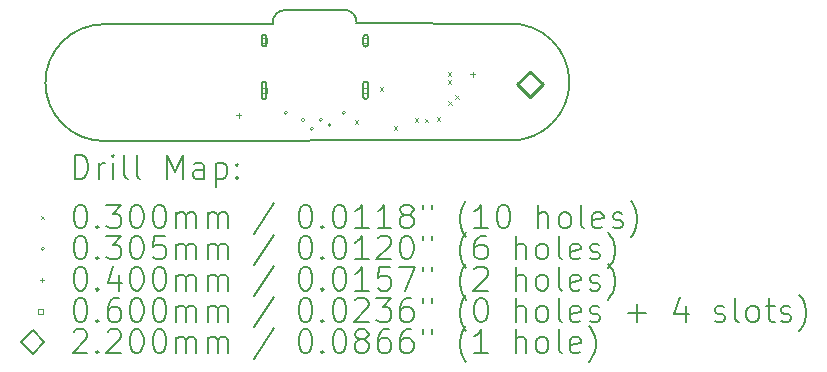
<source format=gbr>
%FSLAX45Y45*%
G04 Gerber Fmt 4.5, Leading zero omitted, Abs format (unit mm)*
G04 Created by KiCad (PCBNEW (6.0.0)) date 2022-01-15 11:29:06*
%MOMM*%
%LPD*%
G01*
G04 APERTURE LIST*
%TA.AperFunction,Profile*%
%ADD10C,0.150000*%
%TD*%
%ADD11C,0.200000*%
%ADD12C,0.030000*%
%ADD13C,0.030480*%
%ADD14C,0.040000*%
%ADD15C,0.060000*%
%ADD16C,0.220000*%
G04 APERTURE END LIST*
D10*
X5721250Y-6764300D02*
X9164250Y-6759300D01*
X5704250Y-5773300D02*
X7145250Y-5772300D01*
X9162250Y-6759300D02*
G75*
G03*
X9152250Y-5769300I-2970J495021D01*
G01*
X7850250Y-5767300D02*
X9158250Y-5769300D01*
X5711250Y-5775300D02*
G75*
G03*
X5719250Y-6763300I984J-494024D01*
G01*
X7853250Y-5767300D02*
G75*
G03*
X7737250Y-5654300I-103650J9638D01*
G01*
X7257454Y-5655287D02*
G75*
G03*
X7144454Y-5771287I-9638J-103650D01*
G01*
X7259250Y-5655287D02*
X7737250Y-5654300D01*
D11*
D12*
X7836250Y-6587300D02*
X7866250Y-6617300D01*
X7866250Y-6587300D02*
X7836250Y-6617300D01*
X8048250Y-6308300D02*
X8078250Y-6338300D01*
X8078250Y-6308300D02*
X8048250Y-6338300D01*
X8166250Y-6639030D02*
X8196250Y-6669030D01*
X8196250Y-6639030D02*
X8166250Y-6669030D01*
X8345250Y-6570300D02*
X8375250Y-6600300D01*
X8375250Y-6570300D02*
X8345250Y-6600300D01*
X8431250Y-6574300D02*
X8461250Y-6604300D01*
X8461250Y-6574300D02*
X8431250Y-6604300D01*
X8530250Y-6564300D02*
X8560250Y-6594300D01*
X8560250Y-6564300D02*
X8530250Y-6594300D01*
X8626250Y-6183300D02*
X8656250Y-6213300D01*
X8656250Y-6183300D02*
X8626250Y-6213300D01*
X8626250Y-6250300D02*
X8656250Y-6280300D01*
X8656250Y-6250300D02*
X8626250Y-6280300D01*
X8629250Y-6428300D02*
X8659250Y-6458300D01*
X8659250Y-6428300D02*
X8629250Y-6458300D01*
X8689600Y-6375900D02*
X8719600Y-6405900D01*
X8719600Y-6375900D02*
X8689600Y-6405900D01*
D13*
X7270490Y-6523900D02*
G75*
G03*
X7270490Y-6523900I-15240J0D01*
G01*
X7414490Y-6585300D02*
G75*
G03*
X7414490Y-6585300I-15240J0D01*
G01*
X7489490Y-6659300D02*
G75*
G03*
X7489490Y-6659300I-15240J0D01*
G01*
X7566490Y-6583300D02*
G75*
G03*
X7566490Y-6583300I-15240J0D01*
G01*
X7639490Y-6627300D02*
G75*
G03*
X7639490Y-6627300I-15240J0D01*
G01*
X7760490Y-6523900D02*
G75*
G03*
X7760490Y-6523900I-15240J0D01*
G01*
D14*
X6855250Y-6526300D02*
X6855250Y-6566300D01*
X6835250Y-6546300D02*
X6875250Y-6546300D01*
X8836250Y-6180300D02*
X8836250Y-6220300D01*
X8816250Y-6200300D02*
X8856250Y-6200300D01*
D15*
X7091463Y-5935513D02*
X7091463Y-5893087D01*
X7049037Y-5893087D01*
X7049037Y-5935513D01*
X7091463Y-5935513D01*
D11*
X7090250Y-5944300D02*
X7090250Y-5884300D01*
X7050250Y-5944300D02*
X7050250Y-5884300D01*
X7090250Y-5884300D02*
G75*
G03*
X7050250Y-5884300I-20000J0D01*
G01*
X7050250Y-5944300D02*
G75*
G03*
X7090250Y-5944300I20000J0D01*
G01*
D15*
X7091463Y-6355513D02*
X7091463Y-6313087D01*
X7049037Y-6313087D01*
X7049037Y-6355513D01*
X7091463Y-6355513D01*
D11*
X7090250Y-6389300D02*
X7090250Y-6279300D01*
X7050250Y-6389300D02*
X7050250Y-6279300D01*
X7090250Y-6279300D02*
G75*
G03*
X7050250Y-6279300I-20000J0D01*
G01*
X7050250Y-6389300D02*
G75*
G03*
X7090250Y-6389300I20000J0D01*
G01*
D15*
X7951463Y-5935513D02*
X7951463Y-5893087D01*
X7909037Y-5893087D01*
X7909037Y-5935513D01*
X7951463Y-5935513D01*
D11*
X7950250Y-5944300D02*
X7950250Y-5884300D01*
X7910250Y-5944300D02*
X7910250Y-5884300D01*
X7950250Y-5884300D02*
G75*
G03*
X7910250Y-5884300I-20000J0D01*
G01*
X7910250Y-5944300D02*
G75*
G03*
X7950250Y-5944300I20000J0D01*
G01*
D15*
X7951463Y-6355513D02*
X7951463Y-6313087D01*
X7909037Y-6313087D01*
X7909037Y-6355513D01*
X7951463Y-6355513D01*
D11*
X7950250Y-6389300D02*
X7950250Y-6279300D01*
X7910250Y-6389300D02*
X7910250Y-6279300D01*
X7950250Y-6279300D02*
G75*
G03*
X7910250Y-6279300I-20000J0D01*
G01*
X7910250Y-6389300D02*
G75*
G03*
X7950250Y-6389300I20000J0D01*
G01*
D16*
X9323250Y-6395300D02*
X9433250Y-6285300D01*
X9323250Y-6175300D01*
X9213250Y-6285300D01*
X9323250Y-6395300D01*
D11*
X5468327Y-7082276D02*
X5468327Y-6882276D01*
X5515946Y-6882276D01*
X5544518Y-6891800D01*
X5563565Y-6910848D01*
X5573089Y-6929895D01*
X5582613Y-6967990D01*
X5582613Y-6996562D01*
X5573089Y-7034657D01*
X5563565Y-7053705D01*
X5544518Y-7072752D01*
X5515946Y-7082276D01*
X5468327Y-7082276D01*
X5668327Y-7082276D02*
X5668327Y-6948943D01*
X5668327Y-6987038D02*
X5677851Y-6967990D01*
X5687375Y-6958467D01*
X5706422Y-6948943D01*
X5725470Y-6948943D01*
X5792137Y-7082276D02*
X5792137Y-6948943D01*
X5792137Y-6882276D02*
X5782613Y-6891800D01*
X5792137Y-6901324D01*
X5801660Y-6891800D01*
X5792137Y-6882276D01*
X5792137Y-6901324D01*
X5915946Y-7082276D02*
X5896899Y-7072752D01*
X5887375Y-7053705D01*
X5887375Y-6882276D01*
X6020708Y-7082276D02*
X6001660Y-7072752D01*
X5992137Y-7053705D01*
X5992137Y-6882276D01*
X6249280Y-7082276D02*
X6249280Y-6882276D01*
X6315946Y-7025133D01*
X6382613Y-6882276D01*
X6382613Y-7082276D01*
X6563565Y-7082276D02*
X6563565Y-6977514D01*
X6554041Y-6958467D01*
X6534994Y-6948943D01*
X6496899Y-6948943D01*
X6477851Y-6958467D01*
X6563565Y-7072752D02*
X6544518Y-7082276D01*
X6496899Y-7082276D01*
X6477851Y-7072752D01*
X6468327Y-7053705D01*
X6468327Y-7034657D01*
X6477851Y-7015609D01*
X6496899Y-7006086D01*
X6544518Y-7006086D01*
X6563565Y-6996562D01*
X6658803Y-6948943D02*
X6658803Y-7148943D01*
X6658803Y-6958467D02*
X6677851Y-6948943D01*
X6715946Y-6948943D01*
X6734994Y-6958467D01*
X6744518Y-6967990D01*
X6754041Y-6987038D01*
X6754041Y-7044181D01*
X6744518Y-7063228D01*
X6734994Y-7072752D01*
X6715946Y-7082276D01*
X6677851Y-7082276D01*
X6658803Y-7072752D01*
X6839756Y-7063228D02*
X6849280Y-7072752D01*
X6839756Y-7082276D01*
X6830232Y-7072752D01*
X6839756Y-7063228D01*
X6839756Y-7082276D01*
X6839756Y-6958467D02*
X6849280Y-6967990D01*
X6839756Y-6977514D01*
X6830232Y-6967990D01*
X6839756Y-6958467D01*
X6839756Y-6977514D01*
D12*
X5180708Y-7396800D02*
X5210708Y-7426800D01*
X5210708Y-7396800D02*
X5180708Y-7426800D01*
D11*
X5506422Y-7302276D02*
X5525470Y-7302276D01*
X5544518Y-7311800D01*
X5554042Y-7321324D01*
X5563565Y-7340371D01*
X5573089Y-7378467D01*
X5573089Y-7426086D01*
X5563565Y-7464181D01*
X5554042Y-7483228D01*
X5544518Y-7492752D01*
X5525470Y-7502276D01*
X5506422Y-7502276D01*
X5487375Y-7492752D01*
X5477851Y-7483228D01*
X5468327Y-7464181D01*
X5458803Y-7426086D01*
X5458803Y-7378467D01*
X5468327Y-7340371D01*
X5477851Y-7321324D01*
X5487375Y-7311800D01*
X5506422Y-7302276D01*
X5658803Y-7483228D02*
X5668327Y-7492752D01*
X5658803Y-7502276D01*
X5649280Y-7492752D01*
X5658803Y-7483228D01*
X5658803Y-7502276D01*
X5734994Y-7302276D02*
X5858803Y-7302276D01*
X5792137Y-7378467D01*
X5820708Y-7378467D01*
X5839756Y-7387990D01*
X5849280Y-7397514D01*
X5858803Y-7416562D01*
X5858803Y-7464181D01*
X5849280Y-7483228D01*
X5839756Y-7492752D01*
X5820708Y-7502276D01*
X5763565Y-7502276D01*
X5744518Y-7492752D01*
X5734994Y-7483228D01*
X5982613Y-7302276D02*
X6001660Y-7302276D01*
X6020708Y-7311800D01*
X6030232Y-7321324D01*
X6039756Y-7340371D01*
X6049280Y-7378467D01*
X6049280Y-7426086D01*
X6039756Y-7464181D01*
X6030232Y-7483228D01*
X6020708Y-7492752D01*
X6001660Y-7502276D01*
X5982613Y-7502276D01*
X5963565Y-7492752D01*
X5954041Y-7483228D01*
X5944518Y-7464181D01*
X5934994Y-7426086D01*
X5934994Y-7378467D01*
X5944518Y-7340371D01*
X5954041Y-7321324D01*
X5963565Y-7311800D01*
X5982613Y-7302276D01*
X6173089Y-7302276D02*
X6192137Y-7302276D01*
X6211184Y-7311800D01*
X6220708Y-7321324D01*
X6230232Y-7340371D01*
X6239756Y-7378467D01*
X6239756Y-7426086D01*
X6230232Y-7464181D01*
X6220708Y-7483228D01*
X6211184Y-7492752D01*
X6192137Y-7502276D01*
X6173089Y-7502276D01*
X6154041Y-7492752D01*
X6144518Y-7483228D01*
X6134994Y-7464181D01*
X6125470Y-7426086D01*
X6125470Y-7378467D01*
X6134994Y-7340371D01*
X6144518Y-7321324D01*
X6154041Y-7311800D01*
X6173089Y-7302276D01*
X6325470Y-7502276D02*
X6325470Y-7368943D01*
X6325470Y-7387990D02*
X6334994Y-7378467D01*
X6354041Y-7368943D01*
X6382613Y-7368943D01*
X6401660Y-7378467D01*
X6411184Y-7397514D01*
X6411184Y-7502276D01*
X6411184Y-7397514D02*
X6420708Y-7378467D01*
X6439756Y-7368943D01*
X6468327Y-7368943D01*
X6487375Y-7378467D01*
X6496899Y-7397514D01*
X6496899Y-7502276D01*
X6592137Y-7502276D02*
X6592137Y-7368943D01*
X6592137Y-7387990D02*
X6601660Y-7378467D01*
X6620708Y-7368943D01*
X6649280Y-7368943D01*
X6668327Y-7378467D01*
X6677851Y-7397514D01*
X6677851Y-7502276D01*
X6677851Y-7397514D02*
X6687375Y-7378467D01*
X6706422Y-7368943D01*
X6734994Y-7368943D01*
X6754041Y-7378467D01*
X6763565Y-7397514D01*
X6763565Y-7502276D01*
X7154041Y-7292752D02*
X6982613Y-7549895D01*
X7411184Y-7302276D02*
X7430232Y-7302276D01*
X7449280Y-7311800D01*
X7458803Y-7321324D01*
X7468327Y-7340371D01*
X7477851Y-7378467D01*
X7477851Y-7426086D01*
X7468327Y-7464181D01*
X7458803Y-7483228D01*
X7449280Y-7492752D01*
X7430232Y-7502276D01*
X7411184Y-7502276D01*
X7392137Y-7492752D01*
X7382613Y-7483228D01*
X7373089Y-7464181D01*
X7363565Y-7426086D01*
X7363565Y-7378467D01*
X7373089Y-7340371D01*
X7382613Y-7321324D01*
X7392137Y-7311800D01*
X7411184Y-7302276D01*
X7563565Y-7483228D02*
X7573089Y-7492752D01*
X7563565Y-7502276D01*
X7554041Y-7492752D01*
X7563565Y-7483228D01*
X7563565Y-7502276D01*
X7696899Y-7302276D02*
X7715946Y-7302276D01*
X7734994Y-7311800D01*
X7744518Y-7321324D01*
X7754041Y-7340371D01*
X7763565Y-7378467D01*
X7763565Y-7426086D01*
X7754041Y-7464181D01*
X7744518Y-7483228D01*
X7734994Y-7492752D01*
X7715946Y-7502276D01*
X7696899Y-7502276D01*
X7677851Y-7492752D01*
X7668327Y-7483228D01*
X7658803Y-7464181D01*
X7649280Y-7426086D01*
X7649280Y-7378467D01*
X7658803Y-7340371D01*
X7668327Y-7321324D01*
X7677851Y-7311800D01*
X7696899Y-7302276D01*
X7954041Y-7502276D02*
X7839756Y-7502276D01*
X7896899Y-7502276D02*
X7896899Y-7302276D01*
X7877851Y-7330848D01*
X7858803Y-7349895D01*
X7839756Y-7359419D01*
X8144518Y-7502276D02*
X8030232Y-7502276D01*
X8087375Y-7502276D02*
X8087375Y-7302276D01*
X8068327Y-7330848D01*
X8049280Y-7349895D01*
X8030232Y-7359419D01*
X8258803Y-7387990D02*
X8239756Y-7378467D01*
X8230232Y-7368943D01*
X8220708Y-7349895D01*
X8220708Y-7340371D01*
X8230232Y-7321324D01*
X8239756Y-7311800D01*
X8258803Y-7302276D01*
X8296899Y-7302276D01*
X8315946Y-7311800D01*
X8325470Y-7321324D01*
X8334994Y-7340371D01*
X8334994Y-7349895D01*
X8325470Y-7368943D01*
X8315946Y-7378467D01*
X8296899Y-7387990D01*
X8258803Y-7387990D01*
X8239756Y-7397514D01*
X8230232Y-7407038D01*
X8220708Y-7426086D01*
X8220708Y-7464181D01*
X8230232Y-7483228D01*
X8239756Y-7492752D01*
X8258803Y-7502276D01*
X8296899Y-7502276D01*
X8315946Y-7492752D01*
X8325470Y-7483228D01*
X8334994Y-7464181D01*
X8334994Y-7426086D01*
X8325470Y-7407038D01*
X8315946Y-7397514D01*
X8296899Y-7387990D01*
X8411184Y-7302276D02*
X8411184Y-7340371D01*
X8487375Y-7302276D02*
X8487375Y-7340371D01*
X8782613Y-7578467D02*
X8773089Y-7568943D01*
X8754042Y-7540371D01*
X8744518Y-7521324D01*
X8734994Y-7492752D01*
X8725470Y-7445133D01*
X8725470Y-7407038D01*
X8734994Y-7359419D01*
X8744518Y-7330848D01*
X8754042Y-7311800D01*
X8773089Y-7283228D01*
X8782613Y-7273705D01*
X8963565Y-7502276D02*
X8849280Y-7502276D01*
X8906422Y-7502276D02*
X8906422Y-7302276D01*
X8887375Y-7330848D01*
X8868327Y-7349895D01*
X8849280Y-7359419D01*
X9087375Y-7302276D02*
X9106422Y-7302276D01*
X9125470Y-7311800D01*
X9134994Y-7321324D01*
X9144518Y-7340371D01*
X9154042Y-7378467D01*
X9154042Y-7426086D01*
X9144518Y-7464181D01*
X9134994Y-7483228D01*
X9125470Y-7492752D01*
X9106422Y-7502276D01*
X9087375Y-7502276D01*
X9068327Y-7492752D01*
X9058803Y-7483228D01*
X9049280Y-7464181D01*
X9039756Y-7426086D01*
X9039756Y-7378467D01*
X9049280Y-7340371D01*
X9058803Y-7321324D01*
X9068327Y-7311800D01*
X9087375Y-7302276D01*
X9392137Y-7502276D02*
X9392137Y-7302276D01*
X9477851Y-7502276D02*
X9477851Y-7397514D01*
X9468327Y-7378467D01*
X9449280Y-7368943D01*
X9420708Y-7368943D01*
X9401661Y-7378467D01*
X9392137Y-7387990D01*
X9601661Y-7502276D02*
X9582613Y-7492752D01*
X9573089Y-7483228D01*
X9563565Y-7464181D01*
X9563565Y-7407038D01*
X9573089Y-7387990D01*
X9582613Y-7378467D01*
X9601661Y-7368943D01*
X9630232Y-7368943D01*
X9649280Y-7378467D01*
X9658803Y-7387990D01*
X9668327Y-7407038D01*
X9668327Y-7464181D01*
X9658803Y-7483228D01*
X9649280Y-7492752D01*
X9630232Y-7502276D01*
X9601661Y-7502276D01*
X9782613Y-7502276D02*
X9763565Y-7492752D01*
X9754042Y-7473705D01*
X9754042Y-7302276D01*
X9934994Y-7492752D02*
X9915946Y-7502276D01*
X9877851Y-7502276D01*
X9858803Y-7492752D01*
X9849280Y-7473705D01*
X9849280Y-7397514D01*
X9858803Y-7378467D01*
X9877851Y-7368943D01*
X9915946Y-7368943D01*
X9934994Y-7378467D01*
X9944518Y-7397514D01*
X9944518Y-7416562D01*
X9849280Y-7435609D01*
X10020708Y-7492752D02*
X10039756Y-7502276D01*
X10077851Y-7502276D01*
X10096899Y-7492752D01*
X10106422Y-7473705D01*
X10106422Y-7464181D01*
X10096899Y-7445133D01*
X10077851Y-7435609D01*
X10049280Y-7435609D01*
X10030232Y-7426086D01*
X10020708Y-7407038D01*
X10020708Y-7397514D01*
X10030232Y-7378467D01*
X10049280Y-7368943D01*
X10077851Y-7368943D01*
X10096899Y-7378467D01*
X10173089Y-7578467D02*
X10182613Y-7568943D01*
X10201661Y-7540371D01*
X10211184Y-7521324D01*
X10220708Y-7492752D01*
X10230232Y-7445133D01*
X10230232Y-7407038D01*
X10220708Y-7359419D01*
X10211184Y-7330848D01*
X10201661Y-7311800D01*
X10182613Y-7283228D01*
X10173089Y-7273705D01*
D13*
X5210708Y-7675800D02*
G75*
G03*
X5210708Y-7675800I-15240J0D01*
G01*
D11*
X5506422Y-7566276D02*
X5525470Y-7566276D01*
X5544518Y-7575800D01*
X5554042Y-7585324D01*
X5563565Y-7604371D01*
X5573089Y-7642467D01*
X5573089Y-7690086D01*
X5563565Y-7728181D01*
X5554042Y-7747228D01*
X5544518Y-7756752D01*
X5525470Y-7766276D01*
X5506422Y-7766276D01*
X5487375Y-7756752D01*
X5477851Y-7747228D01*
X5468327Y-7728181D01*
X5458803Y-7690086D01*
X5458803Y-7642467D01*
X5468327Y-7604371D01*
X5477851Y-7585324D01*
X5487375Y-7575800D01*
X5506422Y-7566276D01*
X5658803Y-7747228D02*
X5668327Y-7756752D01*
X5658803Y-7766276D01*
X5649280Y-7756752D01*
X5658803Y-7747228D01*
X5658803Y-7766276D01*
X5734994Y-7566276D02*
X5858803Y-7566276D01*
X5792137Y-7642467D01*
X5820708Y-7642467D01*
X5839756Y-7651990D01*
X5849280Y-7661514D01*
X5858803Y-7680562D01*
X5858803Y-7728181D01*
X5849280Y-7747228D01*
X5839756Y-7756752D01*
X5820708Y-7766276D01*
X5763565Y-7766276D01*
X5744518Y-7756752D01*
X5734994Y-7747228D01*
X5982613Y-7566276D02*
X6001660Y-7566276D01*
X6020708Y-7575800D01*
X6030232Y-7585324D01*
X6039756Y-7604371D01*
X6049280Y-7642467D01*
X6049280Y-7690086D01*
X6039756Y-7728181D01*
X6030232Y-7747228D01*
X6020708Y-7756752D01*
X6001660Y-7766276D01*
X5982613Y-7766276D01*
X5963565Y-7756752D01*
X5954041Y-7747228D01*
X5944518Y-7728181D01*
X5934994Y-7690086D01*
X5934994Y-7642467D01*
X5944518Y-7604371D01*
X5954041Y-7585324D01*
X5963565Y-7575800D01*
X5982613Y-7566276D01*
X6230232Y-7566276D02*
X6134994Y-7566276D01*
X6125470Y-7661514D01*
X6134994Y-7651990D01*
X6154041Y-7642467D01*
X6201660Y-7642467D01*
X6220708Y-7651990D01*
X6230232Y-7661514D01*
X6239756Y-7680562D01*
X6239756Y-7728181D01*
X6230232Y-7747228D01*
X6220708Y-7756752D01*
X6201660Y-7766276D01*
X6154041Y-7766276D01*
X6134994Y-7756752D01*
X6125470Y-7747228D01*
X6325470Y-7766276D02*
X6325470Y-7632943D01*
X6325470Y-7651990D02*
X6334994Y-7642467D01*
X6354041Y-7632943D01*
X6382613Y-7632943D01*
X6401660Y-7642467D01*
X6411184Y-7661514D01*
X6411184Y-7766276D01*
X6411184Y-7661514D02*
X6420708Y-7642467D01*
X6439756Y-7632943D01*
X6468327Y-7632943D01*
X6487375Y-7642467D01*
X6496899Y-7661514D01*
X6496899Y-7766276D01*
X6592137Y-7766276D02*
X6592137Y-7632943D01*
X6592137Y-7651990D02*
X6601660Y-7642467D01*
X6620708Y-7632943D01*
X6649280Y-7632943D01*
X6668327Y-7642467D01*
X6677851Y-7661514D01*
X6677851Y-7766276D01*
X6677851Y-7661514D02*
X6687375Y-7642467D01*
X6706422Y-7632943D01*
X6734994Y-7632943D01*
X6754041Y-7642467D01*
X6763565Y-7661514D01*
X6763565Y-7766276D01*
X7154041Y-7556752D02*
X6982613Y-7813895D01*
X7411184Y-7566276D02*
X7430232Y-7566276D01*
X7449280Y-7575800D01*
X7458803Y-7585324D01*
X7468327Y-7604371D01*
X7477851Y-7642467D01*
X7477851Y-7690086D01*
X7468327Y-7728181D01*
X7458803Y-7747228D01*
X7449280Y-7756752D01*
X7430232Y-7766276D01*
X7411184Y-7766276D01*
X7392137Y-7756752D01*
X7382613Y-7747228D01*
X7373089Y-7728181D01*
X7363565Y-7690086D01*
X7363565Y-7642467D01*
X7373089Y-7604371D01*
X7382613Y-7585324D01*
X7392137Y-7575800D01*
X7411184Y-7566276D01*
X7563565Y-7747228D02*
X7573089Y-7756752D01*
X7563565Y-7766276D01*
X7554041Y-7756752D01*
X7563565Y-7747228D01*
X7563565Y-7766276D01*
X7696899Y-7566276D02*
X7715946Y-7566276D01*
X7734994Y-7575800D01*
X7744518Y-7585324D01*
X7754041Y-7604371D01*
X7763565Y-7642467D01*
X7763565Y-7690086D01*
X7754041Y-7728181D01*
X7744518Y-7747228D01*
X7734994Y-7756752D01*
X7715946Y-7766276D01*
X7696899Y-7766276D01*
X7677851Y-7756752D01*
X7668327Y-7747228D01*
X7658803Y-7728181D01*
X7649280Y-7690086D01*
X7649280Y-7642467D01*
X7658803Y-7604371D01*
X7668327Y-7585324D01*
X7677851Y-7575800D01*
X7696899Y-7566276D01*
X7954041Y-7766276D02*
X7839756Y-7766276D01*
X7896899Y-7766276D02*
X7896899Y-7566276D01*
X7877851Y-7594848D01*
X7858803Y-7613895D01*
X7839756Y-7623419D01*
X8030232Y-7585324D02*
X8039756Y-7575800D01*
X8058803Y-7566276D01*
X8106422Y-7566276D01*
X8125470Y-7575800D01*
X8134994Y-7585324D01*
X8144518Y-7604371D01*
X8144518Y-7623419D01*
X8134994Y-7651990D01*
X8020708Y-7766276D01*
X8144518Y-7766276D01*
X8268327Y-7566276D02*
X8287375Y-7566276D01*
X8306422Y-7575800D01*
X8315946Y-7585324D01*
X8325470Y-7604371D01*
X8334994Y-7642467D01*
X8334994Y-7690086D01*
X8325470Y-7728181D01*
X8315946Y-7747228D01*
X8306422Y-7756752D01*
X8287375Y-7766276D01*
X8268327Y-7766276D01*
X8249280Y-7756752D01*
X8239756Y-7747228D01*
X8230232Y-7728181D01*
X8220708Y-7690086D01*
X8220708Y-7642467D01*
X8230232Y-7604371D01*
X8239756Y-7585324D01*
X8249280Y-7575800D01*
X8268327Y-7566276D01*
X8411184Y-7566276D02*
X8411184Y-7604371D01*
X8487375Y-7566276D02*
X8487375Y-7604371D01*
X8782613Y-7842467D02*
X8773089Y-7832943D01*
X8754042Y-7804371D01*
X8744518Y-7785324D01*
X8734994Y-7756752D01*
X8725470Y-7709133D01*
X8725470Y-7671038D01*
X8734994Y-7623419D01*
X8744518Y-7594848D01*
X8754042Y-7575800D01*
X8773089Y-7547228D01*
X8782613Y-7537705D01*
X8944518Y-7566276D02*
X8906422Y-7566276D01*
X8887375Y-7575800D01*
X8877851Y-7585324D01*
X8858803Y-7613895D01*
X8849280Y-7651990D01*
X8849280Y-7728181D01*
X8858803Y-7747228D01*
X8868327Y-7756752D01*
X8887375Y-7766276D01*
X8925470Y-7766276D01*
X8944518Y-7756752D01*
X8954042Y-7747228D01*
X8963565Y-7728181D01*
X8963565Y-7680562D01*
X8954042Y-7661514D01*
X8944518Y-7651990D01*
X8925470Y-7642467D01*
X8887375Y-7642467D01*
X8868327Y-7651990D01*
X8858803Y-7661514D01*
X8849280Y-7680562D01*
X9201661Y-7766276D02*
X9201661Y-7566276D01*
X9287375Y-7766276D02*
X9287375Y-7661514D01*
X9277851Y-7642467D01*
X9258803Y-7632943D01*
X9230232Y-7632943D01*
X9211184Y-7642467D01*
X9201661Y-7651990D01*
X9411184Y-7766276D02*
X9392137Y-7756752D01*
X9382613Y-7747228D01*
X9373089Y-7728181D01*
X9373089Y-7671038D01*
X9382613Y-7651990D01*
X9392137Y-7642467D01*
X9411184Y-7632943D01*
X9439756Y-7632943D01*
X9458803Y-7642467D01*
X9468327Y-7651990D01*
X9477851Y-7671038D01*
X9477851Y-7728181D01*
X9468327Y-7747228D01*
X9458803Y-7756752D01*
X9439756Y-7766276D01*
X9411184Y-7766276D01*
X9592137Y-7766276D02*
X9573089Y-7756752D01*
X9563565Y-7737705D01*
X9563565Y-7566276D01*
X9744518Y-7756752D02*
X9725470Y-7766276D01*
X9687375Y-7766276D01*
X9668327Y-7756752D01*
X9658803Y-7737705D01*
X9658803Y-7661514D01*
X9668327Y-7642467D01*
X9687375Y-7632943D01*
X9725470Y-7632943D01*
X9744518Y-7642467D01*
X9754042Y-7661514D01*
X9754042Y-7680562D01*
X9658803Y-7699609D01*
X9830232Y-7756752D02*
X9849280Y-7766276D01*
X9887375Y-7766276D01*
X9906422Y-7756752D01*
X9915946Y-7737705D01*
X9915946Y-7728181D01*
X9906422Y-7709133D01*
X9887375Y-7699609D01*
X9858803Y-7699609D01*
X9839756Y-7690086D01*
X9830232Y-7671038D01*
X9830232Y-7661514D01*
X9839756Y-7642467D01*
X9858803Y-7632943D01*
X9887375Y-7632943D01*
X9906422Y-7642467D01*
X9982613Y-7842467D02*
X9992137Y-7832943D01*
X10011184Y-7804371D01*
X10020708Y-7785324D01*
X10030232Y-7756752D01*
X10039756Y-7709133D01*
X10039756Y-7671038D01*
X10030232Y-7623419D01*
X10020708Y-7594848D01*
X10011184Y-7575800D01*
X9992137Y-7547228D01*
X9982613Y-7537705D01*
D14*
X5190708Y-7919800D02*
X5190708Y-7959800D01*
X5170708Y-7939800D02*
X5210708Y-7939800D01*
D11*
X5506422Y-7830276D02*
X5525470Y-7830276D01*
X5544518Y-7839800D01*
X5554042Y-7849324D01*
X5563565Y-7868371D01*
X5573089Y-7906467D01*
X5573089Y-7954086D01*
X5563565Y-7992181D01*
X5554042Y-8011228D01*
X5544518Y-8020752D01*
X5525470Y-8030276D01*
X5506422Y-8030276D01*
X5487375Y-8020752D01*
X5477851Y-8011228D01*
X5468327Y-7992181D01*
X5458803Y-7954086D01*
X5458803Y-7906467D01*
X5468327Y-7868371D01*
X5477851Y-7849324D01*
X5487375Y-7839800D01*
X5506422Y-7830276D01*
X5658803Y-8011228D02*
X5668327Y-8020752D01*
X5658803Y-8030276D01*
X5649280Y-8020752D01*
X5658803Y-8011228D01*
X5658803Y-8030276D01*
X5839756Y-7896943D02*
X5839756Y-8030276D01*
X5792137Y-7820752D02*
X5744518Y-7963609D01*
X5868327Y-7963609D01*
X5982613Y-7830276D02*
X6001660Y-7830276D01*
X6020708Y-7839800D01*
X6030232Y-7849324D01*
X6039756Y-7868371D01*
X6049280Y-7906467D01*
X6049280Y-7954086D01*
X6039756Y-7992181D01*
X6030232Y-8011228D01*
X6020708Y-8020752D01*
X6001660Y-8030276D01*
X5982613Y-8030276D01*
X5963565Y-8020752D01*
X5954041Y-8011228D01*
X5944518Y-7992181D01*
X5934994Y-7954086D01*
X5934994Y-7906467D01*
X5944518Y-7868371D01*
X5954041Y-7849324D01*
X5963565Y-7839800D01*
X5982613Y-7830276D01*
X6173089Y-7830276D02*
X6192137Y-7830276D01*
X6211184Y-7839800D01*
X6220708Y-7849324D01*
X6230232Y-7868371D01*
X6239756Y-7906467D01*
X6239756Y-7954086D01*
X6230232Y-7992181D01*
X6220708Y-8011228D01*
X6211184Y-8020752D01*
X6192137Y-8030276D01*
X6173089Y-8030276D01*
X6154041Y-8020752D01*
X6144518Y-8011228D01*
X6134994Y-7992181D01*
X6125470Y-7954086D01*
X6125470Y-7906467D01*
X6134994Y-7868371D01*
X6144518Y-7849324D01*
X6154041Y-7839800D01*
X6173089Y-7830276D01*
X6325470Y-8030276D02*
X6325470Y-7896943D01*
X6325470Y-7915990D02*
X6334994Y-7906467D01*
X6354041Y-7896943D01*
X6382613Y-7896943D01*
X6401660Y-7906467D01*
X6411184Y-7925514D01*
X6411184Y-8030276D01*
X6411184Y-7925514D02*
X6420708Y-7906467D01*
X6439756Y-7896943D01*
X6468327Y-7896943D01*
X6487375Y-7906467D01*
X6496899Y-7925514D01*
X6496899Y-8030276D01*
X6592137Y-8030276D02*
X6592137Y-7896943D01*
X6592137Y-7915990D02*
X6601660Y-7906467D01*
X6620708Y-7896943D01*
X6649280Y-7896943D01*
X6668327Y-7906467D01*
X6677851Y-7925514D01*
X6677851Y-8030276D01*
X6677851Y-7925514D02*
X6687375Y-7906467D01*
X6706422Y-7896943D01*
X6734994Y-7896943D01*
X6754041Y-7906467D01*
X6763565Y-7925514D01*
X6763565Y-8030276D01*
X7154041Y-7820752D02*
X6982613Y-8077895D01*
X7411184Y-7830276D02*
X7430232Y-7830276D01*
X7449280Y-7839800D01*
X7458803Y-7849324D01*
X7468327Y-7868371D01*
X7477851Y-7906467D01*
X7477851Y-7954086D01*
X7468327Y-7992181D01*
X7458803Y-8011228D01*
X7449280Y-8020752D01*
X7430232Y-8030276D01*
X7411184Y-8030276D01*
X7392137Y-8020752D01*
X7382613Y-8011228D01*
X7373089Y-7992181D01*
X7363565Y-7954086D01*
X7363565Y-7906467D01*
X7373089Y-7868371D01*
X7382613Y-7849324D01*
X7392137Y-7839800D01*
X7411184Y-7830276D01*
X7563565Y-8011228D02*
X7573089Y-8020752D01*
X7563565Y-8030276D01*
X7554041Y-8020752D01*
X7563565Y-8011228D01*
X7563565Y-8030276D01*
X7696899Y-7830276D02*
X7715946Y-7830276D01*
X7734994Y-7839800D01*
X7744518Y-7849324D01*
X7754041Y-7868371D01*
X7763565Y-7906467D01*
X7763565Y-7954086D01*
X7754041Y-7992181D01*
X7744518Y-8011228D01*
X7734994Y-8020752D01*
X7715946Y-8030276D01*
X7696899Y-8030276D01*
X7677851Y-8020752D01*
X7668327Y-8011228D01*
X7658803Y-7992181D01*
X7649280Y-7954086D01*
X7649280Y-7906467D01*
X7658803Y-7868371D01*
X7668327Y-7849324D01*
X7677851Y-7839800D01*
X7696899Y-7830276D01*
X7954041Y-8030276D02*
X7839756Y-8030276D01*
X7896899Y-8030276D02*
X7896899Y-7830276D01*
X7877851Y-7858848D01*
X7858803Y-7877895D01*
X7839756Y-7887419D01*
X8134994Y-7830276D02*
X8039756Y-7830276D01*
X8030232Y-7925514D01*
X8039756Y-7915990D01*
X8058803Y-7906467D01*
X8106422Y-7906467D01*
X8125470Y-7915990D01*
X8134994Y-7925514D01*
X8144518Y-7944562D01*
X8144518Y-7992181D01*
X8134994Y-8011228D01*
X8125470Y-8020752D01*
X8106422Y-8030276D01*
X8058803Y-8030276D01*
X8039756Y-8020752D01*
X8030232Y-8011228D01*
X8211184Y-7830276D02*
X8344518Y-7830276D01*
X8258803Y-8030276D01*
X8411184Y-7830276D02*
X8411184Y-7868371D01*
X8487375Y-7830276D02*
X8487375Y-7868371D01*
X8782613Y-8106467D02*
X8773089Y-8096943D01*
X8754042Y-8068371D01*
X8744518Y-8049324D01*
X8734994Y-8020752D01*
X8725470Y-7973133D01*
X8725470Y-7935038D01*
X8734994Y-7887419D01*
X8744518Y-7858848D01*
X8754042Y-7839800D01*
X8773089Y-7811228D01*
X8782613Y-7801705D01*
X8849280Y-7849324D02*
X8858803Y-7839800D01*
X8877851Y-7830276D01*
X8925470Y-7830276D01*
X8944518Y-7839800D01*
X8954042Y-7849324D01*
X8963565Y-7868371D01*
X8963565Y-7887419D01*
X8954042Y-7915990D01*
X8839756Y-8030276D01*
X8963565Y-8030276D01*
X9201661Y-8030276D02*
X9201661Y-7830276D01*
X9287375Y-8030276D02*
X9287375Y-7925514D01*
X9277851Y-7906467D01*
X9258803Y-7896943D01*
X9230232Y-7896943D01*
X9211184Y-7906467D01*
X9201661Y-7915990D01*
X9411184Y-8030276D02*
X9392137Y-8020752D01*
X9382613Y-8011228D01*
X9373089Y-7992181D01*
X9373089Y-7935038D01*
X9382613Y-7915990D01*
X9392137Y-7906467D01*
X9411184Y-7896943D01*
X9439756Y-7896943D01*
X9458803Y-7906467D01*
X9468327Y-7915990D01*
X9477851Y-7935038D01*
X9477851Y-7992181D01*
X9468327Y-8011228D01*
X9458803Y-8020752D01*
X9439756Y-8030276D01*
X9411184Y-8030276D01*
X9592137Y-8030276D02*
X9573089Y-8020752D01*
X9563565Y-8001705D01*
X9563565Y-7830276D01*
X9744518Y-8020752D02*
X9725470Y-8030276D01*
X9687375Y-8030276D01*
X9668327Y-8020752D01*
X9658803Y-8001705D01*
X9658803Y-7925514D01*
X9668327Y-7906467D01*
X9687375Y-7896943D01*
X9725470Y-7896943D01*
X9744518Y-7906467D01*
X9754042Y-7925514D01*
X9754042Y-7944562D01*
X9658803Y-7963609D01*
X9830232Y-8020752D02*
X9849280Y-8030276D01*
X9887375Y-8030276D01*
X9906422Y-8020752D01*
X9915946Y-8001705D01*
X9915946Y-7992181D01*
X9906422Y-7973133D01*
X9887375Y-7963609D01*
X9858803Y-7963609D01*
X9839756Y-7954086D01*
X9830232Y-7935038D01*
X9830232Y-7925514D01*
X9839756Y-7906467D01*
X9858803Y-7896943D01*
X9887375Y-7896943D01*
X9906422Y-7906467D01*
X9982613Y-8106467D02*
X9992137Y-8096943D01*
X10011184Y-8068371D01*
X10020708Y-8049324D01*
X10030232Y-8020752D01*
X10039756Y-7973133D01*
X10039756Y-7935038D01*
X10030232Y-7887419D01*
X10020708Y-7858848D01*
X10011184Y-7839800D01*
X9992137Y-7811228D01*
X9982613Y-7801705D01*
D15*
X5201922Y-8225013D02*
X5201922Y-8182587D01*
X5159495Y-8182587D01*
X5159495Y-8225013D01*
X5201922Y-8225013D01*
D11*
X5506422Y-8094276D02*
X5525470Y-8094276D01*
X5544518Y-8103800D01*
X5554042Y-8113324D01*
X5563565Y-8132371D01*
X5573089Y-8170467D01*
X5573089Y-8218086D01*
X5563565Y-8256181D01*
X5554042Y-8275228D01*
X5544518Y-8284752D01*
X5525470Y-8294276D01*
X5506422Y-8294276D01*
X5487375Y-8284752D01*
X5477851Y-8275228D01*
X5468327Y-8256181D01*
X5458803Y-8218086D01*
X5458803Y-8170467D01*
X5468327Y-8132371D01*
X5477851Y-8113324D01*
X5487375Y-8103800D01*
X5506422Y-8094276D01*
X5658803Y-8275228D02*
X5668327Y-8284752D01*
X5658803Y-8294276D01*
X5649280Y-8284752D01*
X5658803Y-8275228D01*
X5658803Y-8294276D01*
X5839756Y-8094276D02*
X5801660Y-8094276D01*
X5782613Y-8103800D01*
X5773089Y-8113324D01*
X5754041Y-8141895D01*
X5744518Y-8179990D01*
X5744518Y-8256181D01*
X5754041Y-8275228D01*
X5763565Y-8284752D01*
X5782613Y-8294276D01*
X5820708Y-8294276D01*
X5839756Y-8284752D01*
X5849280Y-8275228D01*
X5858803Y-8256181D01*
X5858803Y-8208562D01*
X5849280Y-8189514D01*
X5839756Y-8179990D01*
X5820708Y-8170467D01*
X5782613Y-8170467D01*
X5763565Y-8179990D01*
X5754041Y-8189514D01*
X5744518Y-8208562D01*
X5982613Y-8094276D02*
X6001660Y-8094276D01*
X6020708Y-8103800D01*
X6030232Y-8113324D01*
X6039756Y-8132371D01*
X6049280Y-8170467D01*
X6049280Y-8218086D01*
X6039756Y-8256181D01*
X6030232Y-8275228D01*
X6020708Y-8284752D01*
X6001660Y-8294276D01*
X5982613Y-8294276D01*
X5963565Y-8284752D01*
X5954041Y-8275228D01*
X5944518Y-8256181D01*
X5934994Y-8218086D01*
X5934994Y-8170467D01*
X5944518Y-8132371D01*
X5954041Y-8113324D01*
X5963565Y-8103800D01*
X5982613Y-8094276D01*
X6173089Y-8094276D02*
X6192137Y-8094276D01*
X6211184Y-8103800D01*
X6220708Y-8113324D01*
X6230232Y-8132371D01*
X6239756Y-8170467D01*
X6239756Y-8218086D01*
X6230232Y-8256181D01*
X6220708Y-8275228D01*
X6211184Y-8284752D01*
X6192137Y-8294276D01*
X6173089Y-8294276D01*
X6154041Y-8284752D01*
X6144518Y-8275228D01*
X6134994Y-8256181D01*
X6125470Y-8218086D01*
X6125470Y-8170467D01*
X6134994Y-8132371D01*
X6144518Y-8113324D01*
X6154041Y-8103800D01*
X6173089Y-8094276D01*
X6325470Y-8294276D02*
X6325470Y-8160943D01*
X6325470Y-8179990D02*
X6334994Y-8170467D01*
X6354041Y-8160943D01*
X6382613Y-8160943D01*
X6401660Y-8170467D01*
X6411184Y-8189514D01*
X6411184Y-8294276D01*
X6411184Y-8189514D02*
X6420708Y-8170467D01*
X6439756Y-8160943D01*
X6468327Y-8160943D01*
X6487375Y-8170467D01*
X6496899Y-8189514D01*
X6496899Y-8294276D01*
X6592137Y-8294276D02*
X6592137Y-8160943D01*
X6592137Y-8179990D02*
X6601660Y-8170467D01*
X6620708Y-8160943D01*
X6649280Y-8160943D01*
X6668327Y-8170467D01*
X6677851Y-8189514D01*
X6677851Y-8294276D01*
X6677851Y-8189514D02*
X6687375Y-8170467D01*
X6706422Y-8160943D01*
X6734994Y-8160943D01*
X6754041Y-8170467D01*
X6763565Y-8189514D01*
X6763565Y-8294276D01*
X7154041Y-8084752D02*
X6982613Y-8341895D01*
X7411184Y-8094276D02*
X7430232Y-8094276D01*
X7449280Y-8103800D01*
X7458803Y-8113324D01*
X7468327Y-8132371D01*
X7477851Y-8170467D01*
X7477851Y-8218086D01*
X7468327Y-8256181D01*
X7458803Y-8275228D01*
X7449280Y-8284752D01*
X7430232Y-8294276D01*
X7411184Y-8294276D01*
X7392137Y-8284752D01*
X7382613Y-8275228D01*
X7373089Y-8256181D01*
X7363565Y-8218086D01*
X7363565Y-8170467D01*
X7373089Y-8132371D01*
X7382613Y-8113324D01*
X7392137Y-8103800D01*
X7411184Y-8094276D01*
X7563565Y-8275228D02*
X7573089Y-8284752D01*
X7563565Y-8294276D01*
X7554041Y-8284752D01*
X7563565Y-8275228D01*
X7563565Y-8294276D01*
X7696899Y-8094276D02*
X7715946Y-8094276D01*
X7734994Y-8103800D01*
X7744518Y-8113324D01*
X7754041Y-8132371D01*
X7763565Y-8170467D01*
X7763565Y-8218086D01*
X7754041Y-8256181D01*
X7744518Y-8275228D01*
X7734994Y-8284752D01*
X7715946Y-8294276D01*
X7696899Y-8294276D01*
X7677851Y-8284752D01*
X7668327Y-8275228D01*
X7658803Y-8256181D01*
X7649280Y-8218086D01*
X7649280Y-8170467D01*
X7658803Y-8132371D01*
X7668327Y-8113324D01*
X7677851Y-8103800D01*
X7696899Y-8094276D01*
X7839756Y-8113324D02*
X7849280Y-8103800D01*
X7868327Y-8094276D01*
X7915946Y-8094276D01*
X7934994Y-8103800D01*
X7944518Y-8113324D01*
X7954041Y-8132371D01*
X7954041Y-8151419D01*
X7944518Y-8179990D01*
X7830232Y-8294276D01*
X7954041Y-8294276D01*
X8020708Y-8094276D02*
X8144518Y-8094276D01*
X8077851Y-8170467D01*
X8106422Y-8170467D01*
X8125470Y-8179990D01*
X8134994Y-8189514D01*
X8144518Y-8208562D01*
X8144518Y-8256181D01*
X8134994Y-8275228D01*
X8125470Y-8284752D01*
X8106422Y-8294276D01*
X8049280Y-8294276D01*
X8030232Y-8284752D01*
X8020708Y-8275228D01*
X8315946Y-8094276D02*
X8277851Y-8094276D01*
X8258803Y-8103800D01*
X8249280Y-8113324D01*
X8230232Y-8141895D01*
X8220708Y-8179990D01*
X8220708Y-8256181D01*
X8230232Y-8275228D01*
X8239756Y-8284752D01*
X8258803Y-8294276D01*
X8296899Y-8294276D01*
X8315946Y-8284752D01*
X8325470Y-8275228D01*
X8334994Y-8256181D01*
X8334994Y-8208562D01*
X8325470Y-8189514D01*
X8315946Y-8179990D01*
X8296899Y-8170467D01*
X8258803Y-8170467D01*
X8239756Y-8179990D01*
X8230232Y-8189514D01*
X8220708Y-8208562D01*
X8411184Y-8094276D02*
X8411184Y-8132371D01*
X8487375Y-8094276D02*
X8487375Y-8132371D01*
X8782613Y-8370467D02*
X8773089Y-8360943D01*
X8754042Y-8332371D01*
X8744518Y-8313324D01*
X8734994Y-8284752D01*
X8725470Y-8237133D01*
X8725470Y-8199038D01*
X8734994Y-8151419D01*
X8744518Y-8122848D01*
X8754042Y-8103800D01*
X8773089Y-8075228D01*
X8782613Y-8065705D01*
X8896899Y-8094276D02*
X8915946Y-8094276D01*
X8934994Y-8103800D01*
X8944518Y-8113324D01*
X8954042Y-8132371D01*
X8963565Y-8170467D01*
X8963565Y-8218086D01*
X8954042Y-8256181D01*
X8944518Y-8275228D01*
X8934994Y-8284752D01*
X8915946Y-8294276D01*
X8896899Y-8294276D01*
X8877851Y-8284752D01*
X8868327Y-8275228D01*
X8858803Y-8256181D01*
X8849280Y-8218086D01*
X8849280Y-8170467D01*
X8858803Y-8132371D01*
X8868327Y-8113324D01*
X8877851Y-8103800D01*
X8896899Y-8094276D01*
X9201661Y-8294276D02*
X9201661Y-8094276D01*
X9287375Y-8294276D02*
X9287375Y-8189514D01*
X9277851Y-8170467D01*
X9258803Y-8160943D01*
X9230232Y-8160943D01*
X9211184Y-8170467D01*
X9201661Y-8179990D01*
X9411184Y-8294276D02*
X9392137Y-8284752D01*
X9382613Y-8275228D01*
X9373089Y-8256181D01*
X9373089Y-8199038D01*
X9382613Y-8179990D01*
X9392137Y-8170467D01*
X9411184Y-8160943D01*
X9439756Y-8160943D01*
X9458803Y-8170467D01*
X9468327Y-8179990D01*
X9477851Y-8199038D01*
X9477851Y-8256181D01*
X9468327Y-8275228D01*
X9458803Y-8284752D01*
X9439756Y-8294276D01*
X9411184Y-8294276D01*
X9592137Y-8294276D02*
X9573089Y-8284752D01*
X9563565Y-8265705D01*
X9563565Y-8094276D01*
X9744518Y-8284752D02*
X9725470Y-8294276D01*
X9687375Y-8294276D01*
X9668327Y-8284752D01*
X9658803Y-8265705D01*
X9658803Y-8189514D01*
X9668327Y-8170467D01*
X9687375Y-8160943D01*
X9725470Y-8160943D01*
X9744518Y-8170467D01*
X9754042Y-8189514D01*
X9754042Y-8208562D01*
X9658803Y-8227609D01*
X9830232Y-8284752D02*
X9849280Y-8294276D01*
X9887375Y-8294276D01*
X9906422Y-8284752D01*
X9915946Y-8265705D01*
X9915946Y-8256181D01*
X9906422Y-8237133D01*
X9887375Y-8227609D01*
X9858803Y-8227609D01*
X9839756Y-8218086D01*
X9830232Y-8199038D01*
X9830232Y-8189514D01*
X9839756Y-8170467D01*
X9858803Y-8160943D01*
X9887375Y-8160943D01*
X9906422Y-8170467D01*
X10154042Y-8218086D02*
X10306422Y-8218086D01*
X10230232Y-8294276D02*
X10230232Y-8141895D01*
X10639756Y-8160943D02*
X10639756Y-8294276D01*
X10592137Y-8084752D02*
X10544518Y-8227609D01*
X10668327Y-8227609D01*
X10887375Y-8284752D02*
X10906422Y-8294276D01*
X10944518Y-8294276D01*
X10963565Y-8284752D01*
X10973089Y-8265705D01*
X10973089Y-8256181D01*
X10963565Y-8237133D01*
X10944518Y-8227609D01*
X10915946Y-8227609D01*
X10896899Y-8218086D01*
X10887375Y-8199038D01*
X10887375Y-8189514D01*
X10896899Y-8170467D01*
X10915946Y-8160943D01*
X10944518Y-8160943D01*
X10963565Y-8170467D01*
X11087375Y-8294276D02*
X11068327Y-8284752D01*
X11058803Y-8265705D01*
X11058803Y-8094276D01*
X11192137Y-8294276D02*
X11173089Y-8284752D01*
X11163565Y-8275228D01*
X11154042Y-8256181D01*
X11154042Y-8199038D01*
X11163565Y-8179990D01*
X11173089Y-8170467D01*
X11192137Y-8160943D01*
X11220708Y-8160943D01*
X11239756Y-8170467D01*
X11249280Y-8179990D01*
X11258803Y-8199038D01*
X11258803Y-8256181D01*
X11249280Y-8275228D01*
X11239756Y-8284752D01*
X11220708Y-8294276D01*
X11192137Y-8294276D01*
X11315946Y-8160943D02*
X11392137Y-8160943D01*
X11344518Y-8094276D02*
X11344518Y-8265705D01*
X11354041Y-8284752D01*
X11373089Y-8294276D01*
X11392137Y-8294276D01*
X11449280Y-8284752D02*
X11468327Y-8294276D01*
X11506422Y-8294276D01*
X11525470Y-8284752D01*
X11534994Y-8265705D01*
X11534994Y-8256181D01*
X11525470Y-8237133D01*
X11506422Y-8227609D01*
X11477851Y-8227609D01*
X11458803Y-8218086D01*
X11449280Y-8199038D01*
X11449280Y-8189514D01*
X11458803Y-8170467D01*
X11477851Y-8160943D01*
X11506422Y-8160943D01*
X11525470Y-8170467D01*
X11601660Y-8370467D02*
X11611184Y-8360943D01*
X11630232Y-8332371D01*
X11639756Y-8313324D01*
X11649280Y-8284752D01*
X11658803Y-8237133D01*
X11658803Y-8199038D01*
X11649280Y-8151419D01*
X11639756Y-8122848D01*
X11630232Y-8103800D01*
X11611184Y-8075228D01*
X11601660Y-8065705D01*
X5110708Y-8567800D02*
X5210708Y-8467800D01*
X5110708Y-8367800D01*
X5010708Y-8467800D01*
X5110708Y-8567800D01*
X5458803Y-8377324D02*
X5468327Y-8367800D01*
X5487375Y-8358276D01*
X5534994Y-8358276D01*
X5554042Y-8367800D01*
X5563565Y-8377324D01*
X5573089Y-8396371D01*
X5573089Y-8415419D01*
X5563565Y-8443990D01*
X5449280Y-8558276D01*
X5573089Y-8558276D01*
X5658803Y-8539229D02*
X5668327Y-8548752D01*
X5658803Y-8558276D01*
X5649280Y-8548752D01*
X5658803Y-8539229D01*
X5658803Y-8558276D01*
X5744518Y-8377324D02*
X5754041Y-8367800D01*
X5773089Y-8358276D01*
X5820708Y-8358276D01*
X5839756Y-8367800D01*
X5849280Y-8377324D01*
X5858803Y-8396371D01*
X5858803Y-8415419D01*
X5849280Y-8443990D01*
X5734994Y-8558276D01*
X5858803Y-8558276D01*
X5982613Y-8358276D02*
X6001660Y-8358276D01*
X6020708Y-8367800D01*
X6030232Y-8377324D01*
X6039756Y-8396371D01*
X6049280Y-8434467D01*
X6049280Y-8482086D01*
X6039756Y-8520181D01*
X6030232Y-8539229D01*
X6020708Y-8548752D01*
X6001660Y-8558276D01*
X5982613Y-8558276D01*
X5963565Y-8548752D01*
X5954041Y-8539229D01*
X5944518Y-8520181D01*
X5934994Y-8482086D01*
X5934994Y-8434467D01*
X5944518Y-8396371D01*
X5954041Y-8377324D01*
X5963565Y-8367800D01*
X5982613Y-8358276D01*
X6173089Y-8358276D02*
X6192137Y-8358276D01*
X6211184Y-8367800D01*
X6220708Y-8377324D01*
X6230232Y-8396371D01*
X6239756Y-8434467D01*
X6239756Y-8482086D01*
X6230232Y-8520181D01*
X6220708Y-8539229D01*
X6211184Y-8548752D01*
X6192137Y-8558276D01*
X6173089Y-8558276D01*
X6154041Y-8548752D01*
X6144518Y-8539229D01*
X6134994Y-8520181D01*
X6125470Y-8482086D01*
X6125470Y-8434467D01*
X6134994Y-8396371D01*
X6144518Y-8377324D01*
X6154041Y-8367800D01*
X6173089Y-8358276D01*
X6325470Y-8558276D02*
X6325470Y-8424943D01*
X6325470Y-8443990D02*
X6334994Y-8434467D01*
X6354041Y-8424943D01*
X6382613Y-8424943D01*
X6401660Y-8434467D01*
X6411184Y-8453514D01*
X6411184Y-8558276D01*
X6411184Y-8453514D02*
X6420708Y-8434467D01*
X6439756Y-8424943D01*
X6468327Y-8424943D01*
X6487375Y-8434467D01*
X6496899Y-8453514D01*
X6496899Y-8558276D01*
X6592137Y-8558276D02*
X6592137Y-8424943D01*
X6592137Y-8443990D02*
X6601660Y-8434467D01*
X6620708Y-8424943D01*
X6649280Y-8424943D01*
X6668327Y-8434467D01*
X6677851Y-8453514D01*
X6677851Y-8558276D01*
X6677851Y-8453514D02*
X6687375Y-8434467D01*
X6706422Y-8424943D01*
X6734994Y-8424943D01*
X6754041Y-8434467D01*
X6763565Y-8453514D01*
X6763565Y-8558276D01*
X7154041Y-8348752D02*
X6982613Y-8605895D01*
X7411184Y-8358276D02*
X7430232Y-8358276D01*
X7449280Y-8367800D01*
X7458803Y-8377324D01*
X7468327Y-8396371D01*
X7477851Y-8434467D01*
X7477851Y-8482086D01*
X7468327Y-8520181D01*
X7458803Y-8539229D01*
X7449280Y-8548752D01*
X7430232Y-8558276D01*
X7411184Y-8558276D01*
X7392137Y-8548752D01*
X7382613Y-8539229D01*
X7373089Y-8520181D01*
X7363565Y-8482086D01*
X7363565Y-8434467D01*
X7373089Y-8396371D01*
X7382613Y-8377324D01*
X7392137Y-8367800D01*
X7411184Y-8358276D01*
X7563565Y-8539229D02*
X7573089Y-8548752D01*
X7563565Y-8558276D01*
X7554041Y-8548752D01*
X7563565Y-8539229D01*
X7563565Y-8558276D01*
X7696899Y-8358276D02*
X7715946Y-8358276D01*
X7734994Y-8367800D01*
X7744518Y-8377324D01*
X7754041Y-8396371D01*
X7763565Y-8434467D01*
X7763565Y-8482086D01*
X7754041Y-8520181D01*
X7744518Y-8539229D01*
X7734994Y-8548752D01*
X7715946Y-8558276D01*
X7696899Y-8558276D01*
X7677851Y-8548752D01*
X7668327Y-8539229D01*
X7658803Y-8520181D01*
X7649280Y-8482086D01*
X7649280Y-8434467D01*
X7658803Y-8396371D01*
X7668327Y-8377324D01*
X7677851Y-8367800D01*
X7696899Y-8358276D01*
X7877851Y-8443990D02*
X7858803Y-8434467D01*
X7849280Y-8424943D01*
X7839756Y-8405895D01*
X7839756Y-8396371D01*
X7849280Y-8377324D01*
X7858803Y-8367800D01*
X7877851Y-8358276D01*
X7915946Y-8358276D01*
X7934994Y-8367800D01*
X7944518Y-8377324D01*
X7954041Y-8396371D01*
X7954041Y-8405895D01*
X7944518Y-8424943D01*
X7934994Y-8434467D01*
X7915946Y-8443990D01*
X7877851Y-8443990D01*
X7858803Y-8453514D01*
X7849280Y-8463038D01*
X7839756Y-8482086D01*
X7839756Y-8520181D01*
X7849280Y-8539229D01*
X7858803Y-8548752D01*
X7877851Y-8558276D01*
X7915946Y-8558276D01*
X7934994Y-8548752D01*
X7944518Y-8539229D01*
X7954041Y-8520181D01*
X7954041Y-8482086D01*
X7944518Y-8463038D01*
X7934994Y-8453514D01*
X7915946Y-8443990D01*
X8125470Y-8358276D02*
X8087375Y-8358276D01*
X8068327Y-8367800D01*
X8058803Y-8377324D01*
X8039756Y-8405895D01*
X8030232Y-8443990D01*
X8030232Y-8520181D01*
X8039756Y-8539229D01*
X8049280Y-8548752D01*
X8068327Y-8558276D01*
X8106422Y-8558276D01*
X8125470Y-8548752D01*
X8134994Y-8539229D01*
X8144518Y-8520181D01*
X8144518Y-8472562D01*
X8134994Y-8453514D01*
X8125470Y-8443990D01*
X8106422Y-8434467D01*
X8068327Y-8434467D01*
X8049280Y-8443990D01*
X8039756Y-8453514D01*
X8030232Y-8472562D01*
X8315946Y-8358276D02*
X8277851Y-8358276D01*
X8258803Y-8367800D01*
X8249280Y-8377324D01*
X8230232Y-8405895D01*
X8220708Y-8443990D01*
X8220708Y-8520181D01*
X8230232Y-8539229D01*
X8239756Y-8548752D01*
X8258803Y-8558276D01*
X8296899Y-8558276D01*
X8315946Y-8548752D01*
X8325470Y-8539229D01*
X8334994Y-8520181D01*
X8334994Y-8472562D01*
X8325470Y-8453514D01*
X8315946Y-8443990D01*
X8296899Y-8434467D01*
X8258803Y-8434467D01*
X8239756Y-8443990D01*
X8230232Y-8453514D01*
X8220708Y-8472562D01*
X8411184Y-8358276D02*
X8411184Y-8396371D01*
X8487375Y-8358276D02*
X8487375Y-8396371D01*
X8782613Y-8634467D02*
X8773089Y-8624943D01*
X8754042Y-8596371D01*
X8744518Y-8577324D01*
X8734994Y-8548752D01*
X8725470Y-8501133D01*
X8725470Y-8463038D01*
X8734994Y-8415419D01*
X8744518Y-8386848D01*
X8754042Y-8367800D01*
X8773089Y-8339228D01*
X8782613Y-8329705D01*
X8963565Y-8558276D02*
X8849280Y-8558276D01*
X8906422Y-8558276D02*
X8906422Y-8358276D01*
X8887375Y-8386848D01*
X8868327Y-8405895D01*
X8849280Y-8415419D01*
X9201661Y-8558276D02*
X9201661Y-8358276D01*
X9287375Y-8558276D02*
X9287375Y-8453514D01*
X9277851Y-8434467D01*
X9258803Y-8424943D01*
X9230232Y-8424943D01*
X9211184Y-8434467D01*
X9201661Y-8443990D01*
X9411184Y-8558276D02*
X9392137Y-8548752D01*
X9382613Y-8539229D01*
X9373089Y-8520181D01*
X9373089Y-8463038D01*
X9382613Y-8443990D01*
X9392137Y-8434467D01*
X9411184Y-8424943D01*
X9439756Y-8424943D01*
X9458803Y-8434467D01*
X9468327Y-8443990D01*
X9477851Y-8463038D01*
X9477851Y-8520181D01*
X9468327Y-8539229D01*
X9458803Y-8548752D01*
X9439756Y-8558276D01*
X9411184Y-8558276D01*
X9592137Y-8558276D02*
X9573089Y-8548752D01*
X9563565Y-8529705D01*
X9563565Y-8358276D01*
X9744518Y-8548752D02*
X9725470Y-8558276D01*
X9687375Y-8558276D01*
X9668327Y-8548752D01*
X9658803Y-8529705D01*
X9658803Y-8453514D01*
X9668327Y-8434467D01*
X9687375Y-8424943D01*
X9725470Y-8424943D01*
X9744518Y-8434467D01*
X9754042Y-8453514D01*
X9754042Y-8472562D01*
X9658803Y-8491610D01*
X9820708Y-8634467D02*
X9830232Y-8624943D01*
X9849280Y-8596371D01*
X9858803Y-8577324D01*
X9868327Y-8548752D01*
X9877851Y-8501133D01*
X9877851Y-8463038D01*
X9868327Y-8415419D01*
X9858803Y-8386848D01*
X9849280Y-8367800D01*
X9830232Y-8339228D01*
X9820708Y-8329705D01*
M02*

</source>
